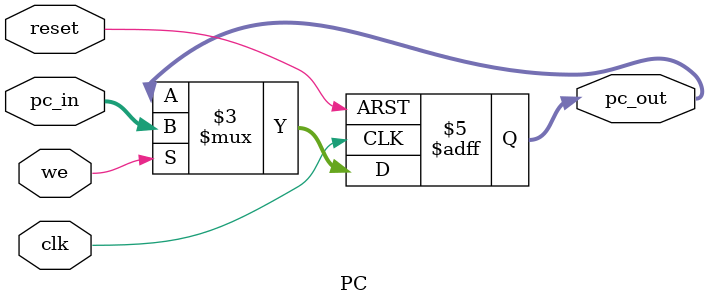
<source format=v>
module PC (
    input wire clk,
    input wire reset,
    input wire we,

    input wire[31:0] pc_in,

    (* max_fanout = "4" *) output reg[31:0] pc_out
);
    
    always @(posedge clk or negedge reset) begin
        if (!reset) begin
            pc_out <= 32'h00400000;
        end
        else if (we) begin
            pc_out <= pc_in;
        end
    end
endmodule
</source>
